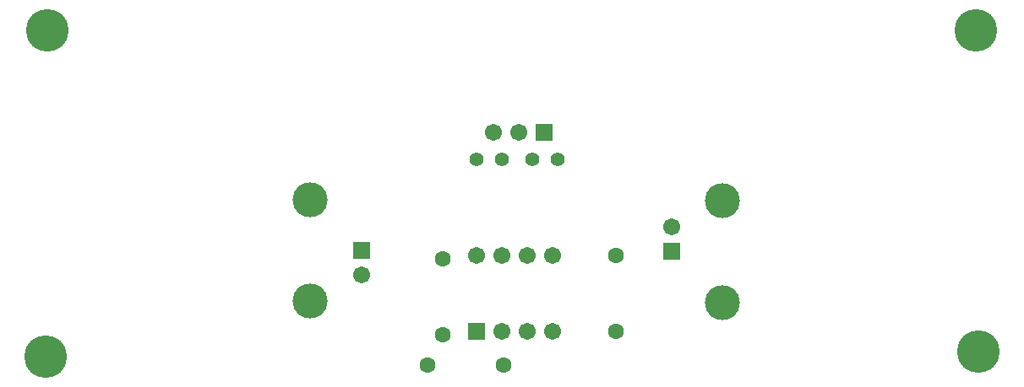
<source format=gbs>
%FSLAX25Y25*%
%MOIN*%
G70*
G01*
G75*
G04 Layer_Color=16711935*
%ADD10R,0.05512X0.04724*%
%ADD11R,0.05512X0.05512*%
%ADD12R,0.05512X0.05906*%
%ADD13R,0.03543X0.02756*%
%ADD14C,0.02500*%
%ADD15C,0.01000*%
%ADD16C,0.16000*%
%ADD17R,0.05906X0.05906*%
%ADD18C,0.05906*%
%ADD19C,0.05512*%
%ADD20R,0.05906X0.05906*%
%ADD21C,0.04724*%
%ADD22C,0.12992*%
%ADD23C,0.00787*%
%ADD24C,0.00984*%
%ADD25C,0.02362*%
%ADD26C,0.00098*%
%ADD27C,0.00098*%
%ADD28R,0.06312X0.05524*%
%ADD29R,0.06312X0.06312*%
%ADD30R,0.06312X0.06706*%
%ADD31R,0.04343X0.03556*%
%ADD32C,0.16800*%
%ADD33R,0.06706X0.06706*%
%ADD34C,0.06706*%
%ADD35C,0.06312*%
%ADD36R,0.06706X0.06706*%
%ADD37C,0.05524*%
%ADD38C,0.13792*%
D32*
X379000Y13000D02*
D03*
X378000Y140000D02*
D03*
X11500D02*
D03*
X11000Y11000D02*
D03*
D33*
X181000Y21000D02*
D03*
D34*
X191000D02*
D03*
X201000D02*
D03*
X211000D02*
D03*
X181000Y51000D02*
D03*
X191000D02*
D03*
X201000D02*
D03*
X211000D02*
D03*
X197500Y99500D02*
D03*
X187500D02*
D03*
X258000Y62343D02*
D03*
X135500Y43157D02*
D03*
D35*
X167500Y19500D02*
D03*
Y49500D02*
D03*
X236000Y51000D02*
D03*
Y21000D02*
D03*
X191500Y7500D02*
D03*
X161500D02*
D03*
D36*
X207500Y99500D02*
D03*
X258000Y52500D02*
D03*
X135500Y53000D02*
D03*
D37*
X181000Y89000D02*
D03*
X191000D02*
D03*
X213000D02*
D03*
X203000D02*
D03*
D38*
X278079Y32421D02*
D03*
Y72579D02*
D03*
X115421Y73079D02*
D03*
Y32921D02*
D03*
M02*

</source>
